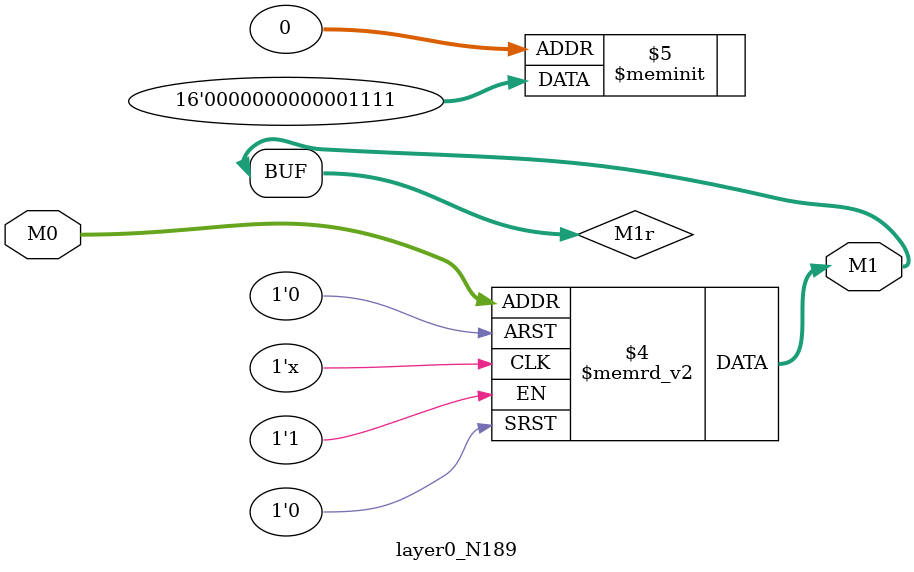
<source format=v>
module layer0_N189 ( input [2:0] M0, output [1:0] M1 );

	(*rom_style = "distributed" *) reg [1:0] M1r;
	assign M1 = M1r;
	always @ (M0) begin
		case (M0)
			3'b000: M1r = 2'b11;
			3'b100: M1r = 2'b00;
			3'b010: M1r = 2'b00;
			3'b110: M1r = 2'b00;
			3'b001: M1r = 2'b11;
			3'b101: M1r = 2'b00;
			3'b011: M1r = 2'b00;
			3'b111: M1r = 2'b00;

		endcase
	end
endmodule

</source>
